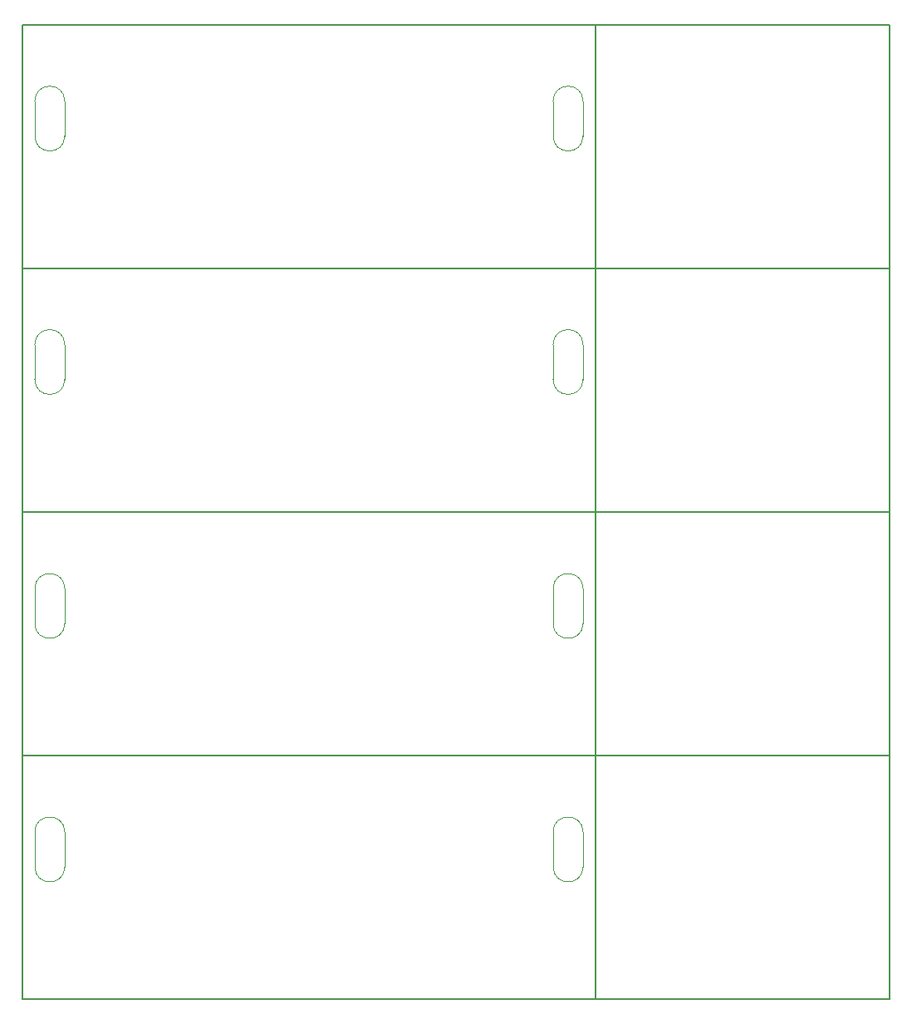
<source format=gm1>
G04 #@! TF.GenerationSoftware,KiCad,Pcbnew,(5.1.0)-1*
G04 #@! TF.CreationDate,2019-08-12T16:28:21-04:00*
G04 #@! TF.ProjectId,4x_PANEL,34785f50-414e-4454-9c2e-6b696361645f,rev?*
G04 #@! TF.SameCoordinates,Original*
G04 #@! TF.FileFunction,Profile,NP*
%FSLAX46Y46*%
G04 Gerber Fmt 4.6, Leading zero omitted, Abs format (unit mm)*
G04 Created by KiCad (PCBNEW (5.1.0)-1) date 2019-08-12 16:28:21*
%MOMM*%
%LPD*%
G04 APERTURE LIST*
%ADD10C,0.150000*%
%ADD11C,0.002400*%
%ADD12C,0.050000*%
G04 APERTURE END LIST*
D10*
X161100000Y-92000000D02*
X191100000Y-92000000D01*
X161100000Y-116800000D02*
X191100000Y-116800000D01*
X161100000Y-141600000D02*
X191100000Y-141600000D01*
X191100000Y-166400000D02*
X161100000Y-166400000D01*
X191100000Y-67200000D02*
X191100000Y-166400000D01*
X161100000Y-67200000D02*
X191100000Y-67200000D01*
X102700000Y-116800000D02*
X102700000Y-141600000D01*
X102700000Y-141600000D02*
X161100000Y-141600000D01*
X161100000Y-141600000D02*
X161100000Y-116800000D01*
X161100000Y-116800000D02*
X102700000Y-116800000D01*
X102700000Y-67200000D02*
X102700000Y-92000000D01*
X102700000Y-92000000D02*
X161100000Y-92000000D01*
X161100000Y-92000000D02*
X161100000Y-67200000D01*
X161100000Y-67200000D02*
X102700000Y-67200000D01*
X161100000Y-92000000D02*
X102700000Y-92000000D01*
X161100000Y-116800000D02*
X161100000Y-92000000D01*
X102700000Y-116800000D02*
X161100000Y-116800000D01*
X102700000Y-92000000D02*
X102700000Y-116800000D01*
X161100000Y-141600000D02*
X102700000Y-141600000D01*
X161100000Y-166400000D02*
X161100000Y-141600000D01*
X102700000Y-166400000D02*
X161100000Y-166400000D01*
X102700000Y-141600000D02*
X102700000Y-166400000D01*
D11*
X156792000Y-128154000D02*
X156792000Y-124598000D01*
D12*
X156792000Y-128153998D02*
G75*
G03X159840000Y-128154000I1524000J-1D01*
G01*
X156792000Y-124598000D02*
G75*
G02X159840000Y-124598000I1524000J0D01*
G01*
D11*
X159840000Y-124598000D02*
X159840000Y-128154000D01*
X103960000Y-128154000D02*
X103960000Y-124598000D01*
D12*
X103960000Y-128153998D02*
G75*
G03X107008000Y-128154000I1524000J-1D01*
G01*
X103960000Y-124598000D02*
G75*
G02X107008000Y-124598000I1524000J0D01*
G01*
D11*
X107008000Y-124598000D02*
X107008000Y-128154000D01*
X107008000Y-74948000D02*
X107008000Y-78504000D01*
D12*
X103960000Y-74948000D02*
G75*
G02X107008000Y-74948000I1524000J0D01*
G01*
X103960000Y-78503998D02*
G75*
G03X107008000Y-78504000I1524000J-1D01*
G01*
D11*
X103960000Y-78504000D02*
X103960000Y-74948000D01*
X159840000Y-74948000D02*
X159840000Y-78504000D01*
D12*
X156792000Y-74948000D02*
G75*
G02X159840000Y-74948000I1524000J0D01*
G01*
X156792000Y-78503998D02*
G75*
G03X159840000Y-78504000I1524000J-1D01*
G01*
D11*
X156792000Y-78504000D02*
X156792000Y-74948000D01*
X156792000Y-103304000D02*
X156792000Y-99748000D01*
D12*
X156792000Y-103303998D02*
G75*
G03X159840000Y-103304000I1524000J-1D01*
G01*
X156792000Y-99748000D02*
G75*
G02X159840000Y-99748000I1524000J0D01*
G01*
D11*
X159840000Y-99748000D02*
X159840000Y-103304000D01*
X103960000Y-103304000D02*
X103960000Y-99748000D01*
D12*
X103960000Y-103303998D02*
G75*
G03X107008000Y-103304000I1524000J-1D01*
G01*
X103960000Y-99748000D02*
G75*
G02X107008000Y-99748000I1524000J0D01*
G01*
D11*
X107008000Y-99748000D02*
X107008000Y-103304000D01*
X107008000Y-149398000D02*
X107008000Y-152954000D01*
D12*
X103960000Y-149398000D02*
G75*
G02X107008000Y-149398000I1524000J0D01*
G01*
X103960000Y-152953998D02*
G75*
G03X107008000Y-152954000I1524000J-1D01*
G01*
D11*
X103960000Y-152954000D02*
X103960000Y-149398000D01*
X159840000Y-149398000D02*
X159840000Y-152954000D01*
D12*
X156792000Y-149398000D02*
G75*
G02X159840000Y-149398000I1524000J0D01*
G01*
X156792000Y-152953998D02*
G75*
G03X159840000Y-152954000I1524000J-1D01*
G01*
D11*
X156792000Y-152954000D02*
X156792000Y-149398000D01*
M02*

</source>
